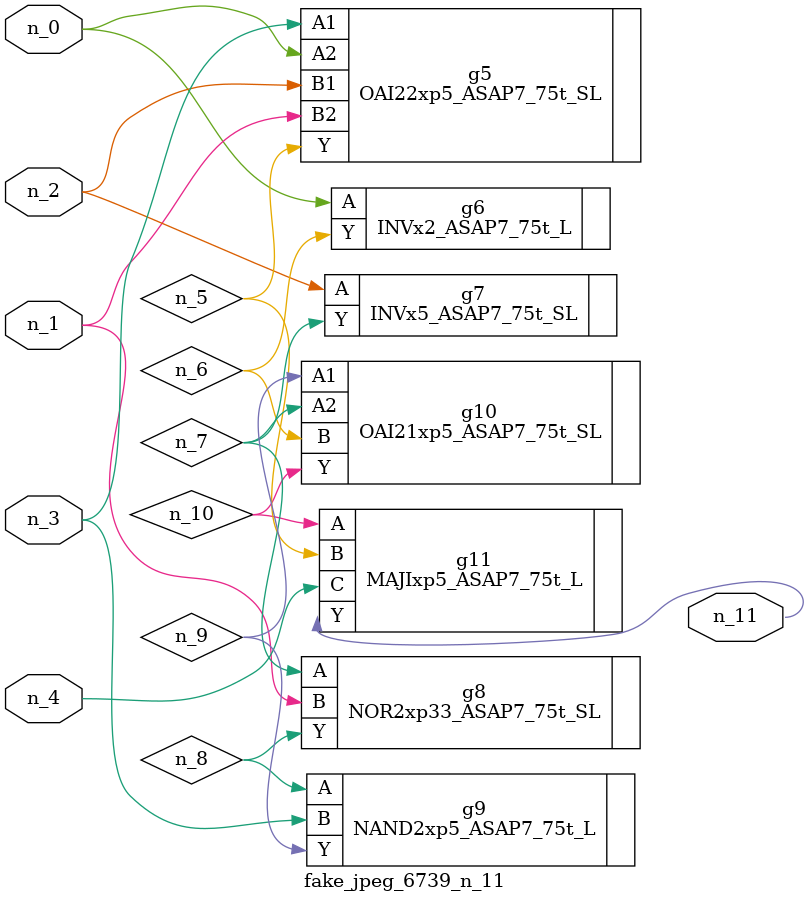
<source format=v>
module fake_jpeg_6739_n_11 (n_3, n_2, n_1, n_0, n_4, n_11);

input n_3;
input n_2;
input n_1;
input n_0;
input n_4;

output n_11;

wire n_10;
wire n_8;
wire n_9;
wire n_6;
wire n_5;
wire n_7;

OAI22xp5_ASAP7_75t_SL g5 ( 
.A1(n_3),
.A2(n_0),
.B1(n_2),
.B2(n_1),
.Y(n_5)
);

INVx2_ASAP7_75t_L g6 ( 
.A(n_0),
.Y(n_6)
);

INVx5_ASAP7_75t_SL g7 ( 
.A(n_2),
.Y(n_7)
);

NOR2xp33_ASAP7_75t_SL g8 ( 
.A(n_7),
.B(n_1),
.Y(n_8)
);

NAND2xp5_ASAP7_75t_L g9 ( 
.A(n_8),
.B(n_3),
.Y(n_9)
);

OAI21xp5_ASAP7_75t_SL g10 ( 
.A1(n_9),
.A2(n_7),
.B(n_6),
.Y(n_10)
);

MAJIxp5_ASAP7_75t_L g11 ( 
.A(n_10),
.B(n_5),
.C(n_4),
.Y(n_11)
);


endmodule
</source>
